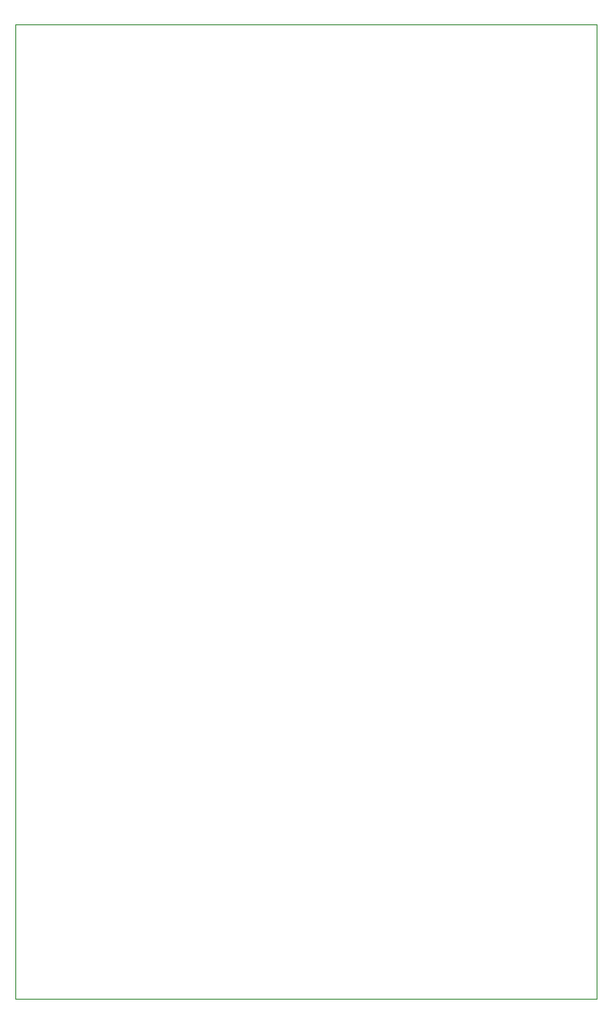
<source format=gm1>
G04 #@! TF.GenerationSoftware,KiCad,Pcbnew,7.0.10-7.0.10~ubuntu22.04.1*
G04 #@! TF.CreationDate,2024-01-18T08:39:54+09:00*
G04 #@! TF.ProjectId,Akashi-18,416b6173-6869-42d3-9138-2e6b69636164,rev?*
G04 #@! TF.SameCoordinates,Original*
G04 #@! TF.FileFunction,Profile,NP*
%FSLAX46Y46*%
G04 Gerber Fmt 4.6, Leading zero omitted, Abs format (unit mm)*
G04 Created by KiCad (PCBNEW 7.0.10-7.0.10~ubuntu22.04.1) date 2024-01-18 08:39:54*
%MOMM*%
%LPD*%
G01*
G04 APERTURE LIST*
G04 #@! TA.AperFunction,Profile*
%ADD10C,0.100000*%
G04 #@! TD*
G04 APERTURE END LIST*
D10*
X88900000Y-142240000D02*
X143510000Y-142240000D01*
X143510000Y-134620000D02*
X143510000Y-142240000D01*
X143510000Y-50800000D02*
X88900000Y-50800000D01*
X143510000Y-134620000D02*
X143510000Y-50800000D01*
X88900000Y-134620000D02*
X88900000Y-142240000D01*
X88900000Y-50800000D02*
X88900000Y-134620000D01*
M02*

</source>
